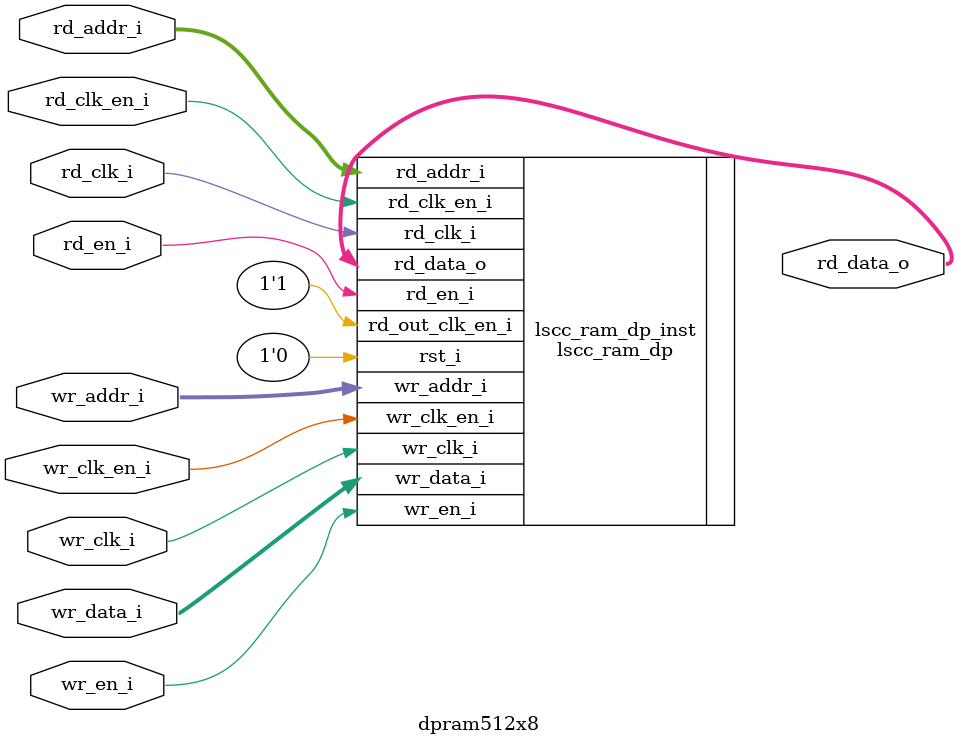
<source format=v>
/*******************************************************************************
    Verilog netlist generated by IPGEN Radiant
    Soft IP Version: 1.0.0
    Tue Mar 20 13:30:13 2018
*******************************************************************************/
/*******************************************************************************
    Include IP core template files.
*******************************************************************************/
`include "core/lscc_ram_dp.v"
/*******************************************************************************
    Wrapper Module generated per user settings.
*******************************************************************************/
module dpram512x8 (wr_clk_i, rd_clk_i, wr_clk_en_i, rd_en_i, rd_clk_en_i,
    wr_en_i, wr_data_i, wr_addr_i, rd_addr_i, rd_data_o);
    input  wr_clk_i;
    input  rd_clk_i;
    input  wr_clk_en_i;
    input  rd_en_i;
    input  rd_clk_en_i;
    input  wr_en_i;
    input  [7:0]  wr_data_i;
    input  [8:0]  wr_addr_i;
    input  [8:0]  rd_addr_i;
    output  [7:0]  rd_data_o;
    lscc_ram_dp #(.WADDR_DEPTH(512),
        .WDATA_WIDTH(8),
        .RADDR_DEPTH(512),
        .RDATA_WIDTH(8),
        .WADDR_WIDTH(9),
        .REGMODE("noreg"),
        .RADDR_WIDTH(9),
        .RESETMODE("sync"),
        .INIT_MODE("none"),
        .INIT_FILE("none"),
        .INIT_FILE_FORMAT("hex"))
    lscc_ram_dp_inst(.wr_clk_i(wr_clk_i),
        .rd_clk_i(rd_clk_i),
        .rst_i(1'b0),
        .wr_clk_en_i(wr_clk_en_i),
        .rd_en_i(rd_en_i),
        .rd_clk_en_i(rd_clk_en_i),
        .rd_out_clk_en_i(1'b1),
        .wr_en_i(wr_en_i),
        .wr_data_i(wr_data_i),
        .wr_addr_i(wr_addr_i),
        .rd_addr_i(rd_addr_i),
        .rd_data_o(rd_data_o));
endmodule
</source>
